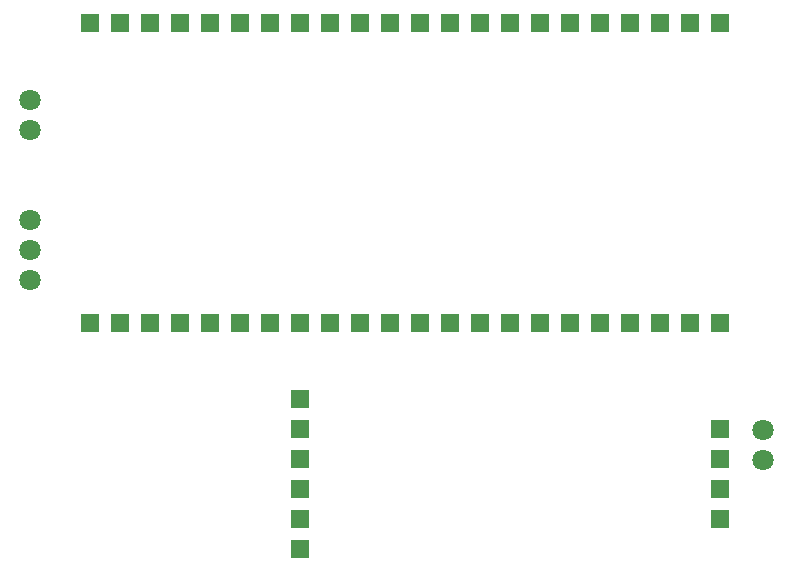
<source format=gbr>
%TF.GenerationSoftware,KiCad,Pcbnew,8.0.5*%
%TF.CreationDate,2024-11-03T12:28:22+02:00*%
%TF.ProjectId,Cronus,43726f6e-7573-42e6-9b69-6361645f7063,rev?*%
%TF.SameCoordinates,PX649cd60PY6c7aff0*%
%TF.FileFunction,Copper,L1,Top*%
%TF.FilePolarity,Positive*%
%FSLAX46Y46*%
G04 Gerber Fmt 4.6, Leading zero omitted, Abs format (unit mm)*
G04 Created by KiCad (PCBNEW 8.0.5) date 2024-11-03 12:28:22*
%MOMM*%
%LPD*%
G01*
G04 APERTURE LIST*
%TA.AperFunction,ComponentPad*%
%ADD10C,1.800000*%
%TD*%
%TA.AperFunction,ComponentPad*%
%ADD11R,1.600000X1.600000*%
%TD*%
%TA.AperFunction,Conductor*%
%ADD12C,0.500000*%
%TD*%
G04 APERTURE END LIST*
D10*
%TO.P,J3,1,Pin_1*%
%TO.N,Net-(J3-Pin_1)*%
X5080000Y27940000D03*
%TD*%
D11*
%TO.P,U1,1,3V3_Out*%
%TO.N,Net-(J7-Pin_1)*%
X63540000Y49650000D03*
X61000000Y49650000D03*
%TO.P,U1,3,RST*%
%TO.N,unconnected-(U1-RST-Pad3)*%
X58460000Y49650000D03*
%TO.P,U1,4,GPIO4*%
%TO.N,unconnected-(U1-GPIO4-Pad4)*%
X55920000Y49650000D03*
%TO.P,U1,5,GPIO5*%
%TO.N,unconnected-(U1-GPIO5-Pad5)*%
X53380000Y49650000D03*
%TO.P,U1,6,GPIO6*%
%TO.N,unconnected-(U1-GPIO6-Pad6)*%
X50840000Y49650000D03*
%TO.P,U1,7,GPIO7*%
%TO.N,unconnected-(U1-GPIO7-Pad7)*%
X48300000Y49650000D03*
%TO.P,U1,8,GPIO15*%
%TO.N,unconnected-(U1-GPIO15-Pad8)*%
X45760000Y49650000D03*
%TO.P,U1,9,GPIO16*%
%TO.N,Net-(J3-Pin_1)*%
X43220000Y49650000D03*
%TO.P,U1,10,GPIO17*%
%TO.N,Net-(J4-Pin_1)*%
X40680000Y49650000D03*
%TO.P,U1,11,GPIO18*%
%TO.N,Net-(J5-Pin_1)*%
X38140000Y49650000D03*
%TO.P,U1,12,GPIO8*%
%TO.N,unconnected-(U1-GPIO8-Pad12)*%
X35600000Y49650000D03*
%TO.P,U1,13,GPIO3*%
%TO.N,unconnected-(U1-GPIO3-Pad13)*%
X33060000Y49650000D03*
%TO.P,U1,14,GPIO46*%
%TO.N,unconnected-(U1-GPIO46-Pad14)*%
X30520000Y49650000D03*
%TO.P,U1,15,GPIO9*%
%TO.N,unconnected-(U1-GPIO9-Pad15)*%
X27980000Y49650000D03*
%TO.P,U1,16,GPIO10*%
%TO.N,unconnected-(U1-GPIO10-Pad16)*%
X25440000Y49650000D03*
%TO.P,U1,17,GPIO11*%
%TO.N,unconnected-(U1-GPIO11-Pad17)*%
X22900000Y49650000D03*
%TO.P,U1,18,GPIO12*%
%TO.N,unconnected-(U1-GPIO12-Pad18)*%
X20360000Y49650000D03*
%TO.P,U1,19,GPIO13*%
%TO.N,unconnected-(U1-GPIO13-Pad19)*%
X17820000Y49650000D03*
%TO.P,U1,20,GPIO14*%
%TO.N,unconnected-(U1-GPIO14-Pad20)*%
X15280000Y49650000D03*
%TO.P,U1,21,5V_In*%
%TO.N,+5V*%
X12740000Y49650000D03*
%TO.P,U1,22,GND*%
%TO.N,GND*%
X10200000Y49650000D03*
X63540000Y24250000D03*
X12740000Y24250000D03*
X10200000Y24250000D03*
%TO.P,U1,25,GPIO19*%
%TO.N,unconnected-(U1-GPIO19-Pad25)*%
X15280000Y24250000D03*
%TO.P,U1,26,GPIO20*%
%TO.N,unconnected-(U1-GPIO20-Pad26)*%
X17820000Y24250000D03*
%TO.P,U1,27,GPIO21*%
%TO.N,unconnected-(U1-GPIO21-Pad27)*%
X20360000Y24250000D03*
%TO.P,U1,28,GPIO47*%
%TO.N,unconnected-(U1-GPIO47-Pad28)*%
X22900000Y24250000D03*
%TO.P,U1,29,GPIO48*%
%TO.N,unconnected-(U1-GPIO48-Pad29)*%
X25440000Y24250000D03*
%TO.P,U1,30,GPIO15*%
%TO.N,unconnected-(U1-GPIO15-Pad30)*%
X27980000Y24250000D03*
%TO.P,U1,31,GPIO0*%
%TO.N,unconnected-(U1-GPIO0-Pad31)*%
X30520000Y24250000D03*
%TO.P,U1,32,GPIO35*%
%TO.N,unconnected-(U1-GPIO35-Pad32)*%
X33060000Y24250000D03*
%TO.P,U1,33,GPIO36*%
%TO.N,unconnected-(U1-GPIO36-Pad33)*%
X35600000Y24250000D03*
%TO.P,U1,34,GPIO37*%
%TO.N,unconnected-(U1-GPIO37-Pad34)*%
X38140000Y24250000D03*
%TO.P,U1,35,GPIO38*%
%TO.N,Net-(U1-GPIO38)*%
X40680000Y24250000D03*
%TO.P,U1,36,GPIO39*%
%TO.N,Net-(U1-GPIO39)*%
X43220000Y24250000D03*
%TO.P,U1,37,GPIO40*%
%TO.N,unconnected-(U1-GPIO40-Pad37)*%
X45760000Y24250000D03*
%TO.P,U1,38,GPIO41*%
%TO.N,unconnected-(U1-GPIO41-Pad38)*%
X48300000Y24250000D03*
%TO.P,U1,39,GPIO42*%
%TO.N,unconnected-(U1-GPIO42-Pad39)*%
X50840000Y24250000D03*
%TO.P,U1,40,GPIO2*%
%TO.N,unconnected-(U1-GPIO2-Pad40)*%
X53380000Y24250000D03*
%TO.P,U1,41,GPIO1*%
%TO.N,Net-(J6-Pin_1)*%
X55920000Y24250000D03*
%TO.P,U1,42,RX*%
%TO.N,unconnected-(U1-RX-Pad42)*%
X58460000Y24250000D03*
%TO.P,U1,43,TX*%
%TO.N,unconnected-(U1-TX-Pad43)*%
X61000000Y24250000D03*
%TD*%
D10*
%TO.P,J7,1,Pin_1*%
%TO.N,Net-(J7-Pin_1)*%
X67167000Y12700000D03*
%TD*%
D11*
%TO.P,U2,1,GND*%
%TO.N,GND*%
X63500000Y15290000D03*
X27940000Y17830000D03*
%TO.P,U2,2,VCC*%
%TO.N,Net-(J7-Pin_1)*%
X63500000Y12750000D03*
X27940000Y15290000D03*
%TO.P,U2,3,RTC_SDA*%
%TO.N,Net-(U1-GPIO38)*%
X27940000Y12750000D03*
%TO.P,U2,4,RTC_SCL*%
%TO.N,Net-(U1-GPIO39)*%
X27940000Y10210000D03*
%TO.P,U2,5,SQW*%
%TO.N,unconnected-(U2-SQW-Pad5)*%
X27940000Y7670000D03*
%TO.P,U2,6,32K*%
%TO.N,unconnected-(U2-32K-Pad6)*%
X27940000Y5130000D03*
%TO.P,U2,7,ROM_SCL*%
%TO.N,unconnected-(U2-ROM_SCL-Pad7)*%
X63500000Y7670000D03*
%TO.P,U2,8,ROM_SDA*%
%TO.N,unconnected-(U2-ROM_SDA-Pad8)*%
X63500000Y10210000D03*
%TD*%
D10*
%TO.P,J6,1,Pin_1*%
%TO.N,Net-(J6-Pin_1)*%
X67183000Y15240000D03*
%TD*%
%TO.P,J1,1,Pin_1*%
%TO.N,GND*%
X5080000Y43180000D03*
%TD*%
%TO.P,J2,1,Pin_1*%
%TO.N,+5V*%
X5080000Y40640000D03*
%TD*%
%TO.P,J4,1,Pin_1*%
%TO.N,Net-(J4-Pin_1)*%
X5080000Y30480000D03*
%TD*%
%TO.P,J5,1,Pin_1*%
%TO.N,Net-(J5-Pin_1)*%
X5080000Y33020000D03*
%TD*%
D12*
%TO.N,GND*%
X63460000Y15250000D02*
X63500000Y15290000D01*
%TO.N,Net-(J6-Pin_1)*%
X55950000Y24220000D02*
X55920000Y24250000D01*
%TD*%
M02*

</source>
